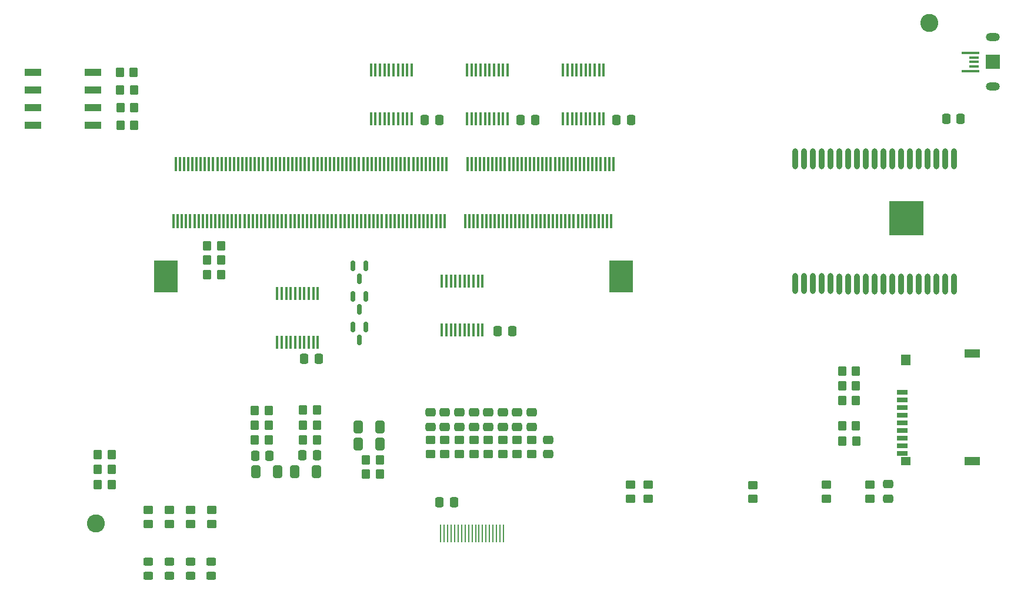
<source format=gbr>
%TF.GenerationSoftware,KiCad,Pcbnew,7.0.10*%
%TF.CreationDate,2024-06-25T20:32:39-07:00*%
%TF.ProjectId,TRS-IO++,5452532d-494f-42b2-9b2e-6b696361645f,rev?*%
%TF.SameCoordinates,Original*%
%TF.FileFunction,Paste,Top*%
%TF.FilePolarity,Positive*%
%FSLAX46Y46*%
G04 Gerber Fmt 4.6, Leading zero omitted, Abs format (unit mm)*
G04 Created by KiCad (PCBNEW 7.0.10) date 2024-06-25 20:32:39*
%MOMM*%
%LPD*%
G01*
G04 APERTURE LIST*
G04 Aperture macros list*
%AMRoundRect*
0 Rectangle with rounded corners*
0 $1 Rounding radius*
0 $2 $3 $4 $5 $6 $7 $8 $9 X,Y pos of 4 corners*
0 Add a 4 corners polygon primitive as box body*
4,1,4,$2,$3,$4,$5,$6,$7,$8,$9,$2,$3,0*
0 Add four circle primitives for the rounded corners*
1,1,$1+$1,$2,$3*
1,1,$1+$1,$4,$5*
1,1,$1+$1,$6,$7*
1,1,$1+$1,$8,$9*
0 Add four rect primitives between the rounded corners*
20,1,$1+$1,$2,$3,$4,$5,0*
20,1,$1+$1,$4,$5,$6,$7,0*
20,1,$1+$1,$6,$7,$8,$9,0*
20,1,$1+$1,$8,$9,$2,$3,0*%
G04 Aperture macros list end*
%ADD10RoundRect,0.250000X0.350000X0.450000X-0.350000X0.450000X-0.350000X-0.450000X0.350000X-0.450000X0*%
%ADD11RoundRect,0.250000X-0.450000X0.350000X-0.450000X-0.350000X0.450000X-0.350000X0.450000X0.350000X0*%
%ADD12RoundRect,0.250000X0.450000X-0.350000X0.450000X0.350000X-0.450000X0.350000X-0.450000X-0.350000X0*%
%ADD13R,2.440000X1.120000*%
%ADD14RoundRect,0.250000X-0.350000X-0.450000X0.350000X-0.450000X0.350000X0.450000X-0.350000X0.450000X0*%
%ADD15RoundRect,0.250000X0.450000X-0.325000X0.450000X0.325000X-0.450000X0.325000X-0.450000X-0.325000X0*%
%ADD16RoundRect,0.250000X-0.337500X-0.475000X0.337500X-0.475000X0.337500X0.475000X-0.337500X0.475000X0*%
%ADD17RoundRect,0.250000X0.337500X0.475000X-0.337500X0.475000X-0.337500X-0.475000X0.337500X-0.475000X0*%
%ADD18C,2.600000*%
%ADD19RoundRect,0.250000X0.412500X0.650000X-0.412500X0.650000X-0.412500X-0.650000X0.412500X-0.650000X0*%
%ADD20RoundRect,0.250000X-0.475000X0.337500X-0.475000X-0.337500X0.475000X-0.337500X0.475000X0.337500X0*%
%ADD21RoundRect,0.150000X-0.150000X0.587500X-0.150000X-0.587500X0.150000X-0.587500X0.150000X0.587500X0*%
%ADD22R,0.280000X2.600000*%
%ADD23R,1.600000X0.700000*%
%ADD24R,1.400000X1.600000*%
%ADD25R,2.200000X1.200000*%
%ADD26R,1.400000X1.200000*%
%ADD27RoundRect,0.100000X-0.100000X0.850000X-0.100000X-0.850000X0.100000X-0.850000X0.100000X0.850000X0*%
%ADD28O,0.900000X3.000000*%
%ADD29R,5.000000X5.000000*%
%ADD30RoundRect,0.250000X0.475000X-0.337500X0.475000X0.337500X-0.475000X0.337500X-0.475000X-0.337500X0*%
%ADD31O,2.000000X1.200000*%
%ADD32R,2.000000X2.000000*%
%ADD33R,2.500000X0.400000*%
%ADD34R,1.350000X0.400000*%
%ADD35RoundRect,0.250000X-0.412500X-0.650000X0.412500X-0.650000X0.412500X0.650000X-0.412500X0.650000X0*%
%ADD36R,0.350000X2.000000*%
%ADD37R,3.500000X4.600000*%
G04 APERTURE END LIST*
D10*
%TO.C,R33*%
X80435500Y-70104000D03*
X78435500Y-70104000D03*
%TD*%
D11*
%TO.C,R39*%
X88662232Y-133112000D03*
X88662232Y-135112000D03*
%TD*%
D12*
%TO.C,R8*%
X129413000Y-125023800D03*
X129413000Y-123023800D03*
%TD*%
D11*
%TO.C,R40*%
X91723300Y-133112000D03*
X91723300Y-135112000D03*
%TD*%
D13*
%TO.C,SW3*%
X65935700Y-70104000D03*
X65935700Y-72644000D03*
X65935700Y-75184000D03*
X65935700Y-77724000D03*
X74545700Y-77724000D03*
X74545700Y-75184000D03*
X74545700Y-72644000D03*
X74545700Y-70104000D03*
%TD*%
D14*
%TO.C,R29*%
X90998800Y-95046800D03*
X92998800Y-95046800D03*
%TD*%
D15*
%TO.C,D3*%
X85570866Y-142569800D03*
X85570866Y-140519800D03*
%TD*%
D16*
%TO.C,C13*%
X97920900Y-125272800D03*
X99995900Y-125272800D03*
%TD*%
D17*
%TO.C,C16*%
X134919850Y-107340400D03*
X132844850Y-107340400D03*
%TD*%
D12*
%TO.C,R10*%
X125247400Y-125023800D03*
X125247400Y-123023800D03*
%TD*%
D10*
%TO.C,R35*%
X80537100Y-75184000D03*
X78537100Y-75184000D03*
%TD*%
D15*
%TO.C,D2*%
X82539800Y-142569800D03*
X82539800Y-140519800D03*
%TD*%
D12*
%TO.C,R7*%
X131495800Y-125023800D03*
X131495800Y-123023800D03*
%TD*%
D11*
%TO.C,R14*%
X169570400Y-129505200D03*
X169570400Y-131505200D03*
%TD*%
D18*
%TO.C,H5*%
X75000000Y-135000000D03*
%TD*%
D14*
%TO.C,R16*%
X182423100Y-120967500D03*
X184423100Y-120967500D03*
%TD*%
D19*
%TO.C,C12*%
X115876699Y-121167999D03*
X112751699Y-121167999D03*
%TD*%
D20*
%TO.C,C6*%
X127330200Y-119049300D03*
X127330200Y-121124300D03*
%TD*%
D10*
%TO.C,R34*%
X80486300Y-72644000D03*
X78486300Y-72644000D03*
%TD*%
%TO.C,R2*%
X77301600Y-125120400D03*
X75301600Y-125120400D03*
%TD*%
D20*
%TO.C,C4*%
X131495800Y-119049300D03*
X131495800Y-121124300D03*
%TD*%
D12*
%TO.C,R31*%
X154533600Y-131462400D03*
X154533600Y-129462400D03*
%TD*%
D20*
%TO.C,C3*%
X133578600Y-119049300D03*
X133578600Y-121124300D03*
%TD*%
%TO.C,C7*%
X125247400Y-119049300D03*
X125247400Y-121124300D03*
%TD*%
D14*
%TO.C,R25*%
X104816400Y-120889800D03*
X106816400Y-120889800D03*
%TD*%
D10*
%TO.C,R27*%
X106816400Y-122986800D03*
X104816400Y-122986800D03*
%TD*%
D20*
%TO.C,C1*%
X137744200Y-119049300D03*
X137744200Y-121124300D03*
%TD*%
D17*
%TO.C,C19*%
X124415000Y-76962000D03*
X122340000Y-76962000D03*
%TD*%
D20*
%TO.C,C8*%
X123164600Y-119049300D03*
X123164600Y-121124300D03*
%TD*%
D16*
%TO.C,C23*%
X124463900Y-131961300D03*
X126538900Y-131961300D03*
%TD*%
D21*
%TO.C,Q3*%
X113878400Y-97919300D03*
X111978400Y-97919300D03*
X112928400Y-99794300D03*
%TD*%
D22*
%TO.C,J7*%
X133659000Y-136468600D03*
X133159000Y-136468600D03*
X132659000Y-136468600D03*
X132159000Y-136468600D03*
X131659000Y-136468600D03*
X131159000Y-136468600D03*
X130659000Y-136468600D03*
X130159000Y-136468600D03*
X129659000Y-136468600D03*
X129159000Y-136468600D03*
X128659000Y-136468600D03*
X128159000Y-136468600D03*
X127659000Y-136468600D03*
X127159000Y-136468600D03*
X126659000Y-136468600D03*
X126159000Y-136468600D03*
X125659000Y-136468600D03*
X125159000Y-136468600D03*
X124659000Y-136468600D03*
%TD*%
D10*
%TO.C,R20*%
X99907600Y-120904000D03*
X97907600Y-120904000D03*
%TD*%
D23*
%TO.C,J9*%
X191070000Y-116113200D03*
X191070000Y-117213200D03*
X191070000Y-118313200D03*
X191070000Y-119413200D03*
X191070000Y-120513200D03*
X191070000Y-121613200D03*
X191070000Y-122713200D03*
X191070000Y-123813200D03*
X191070000Y-124913200D03*
D24*
X191570000Y-111463200D03*
D25*
X201170000Y-110563200D03*
X201170000Y-126063200D03*
D26*
X191570000Y-126063200D03*
%TD*%
D20*
%TO.C,C9*%
X189026800Y-129366100D03*
X189026800Y-131441100D03*
%TD*%
D10*
%TO.C,R36*%
X80537100Y-77724000D03*
X78537100Y-77724000D03*
%TD*%
D14*
%TO.C,R17*%
X182423100Y-115214400D03*
X184423100Y-115214400D03*
%TD*%
%TO.C,R26*%
X90998800Y-99212400D03*
X92998800Y-99212400D03*
%TD*%
D21*
%TO.C,Q4*%
X113878400Y-102338900D03*
X111978400Y-102338900D03*
X112928400Y-104213900D03*
%TD*%
D12*
%TO.C,R32*%
X151993600Y-131462400D03*
X151993600Y-129462400D03*
%TD*%
D14*
%TO.C,R18*%
X182423100Y-113080800D03*
X184423100Y-113080800D03*
%TD*%
%TO.C,R19*%
X182438800Y-123139200D03*
X184438800Y-123139200D03*
%TD*%
D10*
%TO.C,R1*%
X77301600Y-129438400D03*
X75301600Y-129438400D03*
%TD*%
D27*
%TO.C,U3*%
X148095700Y-69753600D03*
X147445700Y-69753600D03*
X146795700Y-69753600D03*
X146145700Y-69753600D03*
X145495700Y-69753600D03*
X144845700Y-69753600D03*
X144195700Y-69753600D03*
X143545700Y-69753600D03*
X142895700Y-69753600D03*
X142245700Y-69753600D03*
X142245700Y-76753600D03*
X142895700Y-76753600D03*
X143545700Y-76753600D03*
X144195700Y-76753600D03*
X144845700Y-76753600D03*
X145495700Y-76753600D03*
X146145700Y-76753600D03*
X146795700Y-76753600D03*
X147445700Y-76753600D03*
X148095700Y-76753600D03*
%TD*%
D15*
%TO.C,D4*%
X88601932Y-142569800D03*
X88601932Y-140519800D03*
%TD*%
D27*
%TO.C,U4*%
X130660550Y-100132000D03*
X130010550Y-100132000D03*
X129360550Y-100132000D03*
X128710550Y-100132000D03*
X128060550Y-100132000D03*
X127410550Y-100132000D03*
X126760550Y-100132000D03*
X126110550Y-100132000D03*
X125460550Y-100132000D03*
X124810550Y-100132000D03*
X124810550Y-107132000D03*
X125460550Y-107132000D03*
X126110550Y-107132000D03*
X126760550Y-107132000D03*
X127410550Y-107132000D03*
X128060550Y-107132000D03*
X128710550Y-107132000D03*
X129360550Y-107132000D03*
X130010550Y-107132000D03*
X130660550Y-107132000D03*
%TD*%
D28*
%TO.C,U1*%
X198565900Y-82490800D03*
X197295900Y-82490800D03*
X196025900Y-82490800D03*
X194755900Y-82490800D03*
X193485900Y-82490800D03*
X192215900Y-82490800D03*
X190945900Y-82490800D03*
X189675900Y-82490800D03*
X188405900Y-82490800D03*
X187135900Y-82490800D03*
X185865900Y-82490800D03*
X184595900Y-82490800D03*
X183325900Y-82490800D03*
X182055900Y-82490800D03*
X180755900Y-82490800D03*
X179485900Y-82490800D03*
X178215900Y-82490800D03*
X176945900Y-82490800D03*
X175675900Y-82490800D03*
X175675900Y-100490800D03*
X176945900Y-100490800D03*
X178215900Y-100490800D03*
X179485900Y-100490800D03*
X180755900Y-100490800D03*
X182055900Y-100520800D03*
X183325900Y-100520800D03*
X184595900Y-100520800D03*
X185865900Y-100520800D03*
X187135900Y-100520800D03*
X188405900Y-100520800D03*
X189675900Y-100520800D03*
X190945900Y-100520800D03*
X192215900Y-100520800D03*
X193485900Y-100520800D03*
X194755900Y-100520800D03*
X196025900Y-100520800D03*
X197295900Y-100520800D03*
X198565900Y-100520800D03*
D29*
X191645900Y-91090800D03*
%TD*%
D30*
%TO.C,C21*%
X140106400Y-125061300D03*
X140106400Y-122986300D03*
%TD*%
D11*
%TO.C,R30*%
X180171900Y-129454400D03*
X180171900Y-131454400D03*
%TD*%
D14*
%TO.C,R13*%
X97907600Y-118770400D03*
X99907600Y-118770400D03*
%TD*%
D21*
%TO.C,Q5*%
X113878400Y-106758500D03*
X111978400Y-106758500D03*
X112928400Y-108633500D03*
%TD*%
D20*
%TO.C,C5*%
X129413000Y-119049300D03*
X129413000Y-121124300D03*
%TD*%
D11*
%TO.C,R12*%
X186436000Y-129454400D03*
X186436000Y-131454400D03*
%TD*%
D10*
%TO.C,R22*%
X115874800Y-125841599D03*
X113874800Y-125841599D03*
%TD*%
D17*
%TO.C,C15*%
X106803100Y-125222000D03*
X104728100Y-125222000D03*
%TD*%
D31*
%TO.C,J12*%
X204124000Y-72155000D03*
D32*
X204124000Y-68580000D03*
D31*
X204124000Y-65005000D03*
D33*
X200872800Y-69880000D03*
D34*
X201449000Y-69230000D03*
X201449000Y-68580000D03*
X201449000Y-67930000D03*
D33*
X200872800Y-67280000D03*
%TD*%
D17*
%TO.C,C11*%
X152050200Y-76962000D03*
X149975200Y-76962000D03*
%TD*%
D14*
%TO.C,R28*%
X90998800Y-97129600D03*
X92998800Y-97129600D03*
%TD*%
D35*
%TO.C,C20*%
X103644300Y-127609600D03*
X106769300Y-127609600D03*
%TD*%
D12*
%TO.C,R4*%
X137744200Y-125023800D03*
X137744200Y-123023800D03*
%TD*%
D17*
%TO.C,C24*%
X199497400Y-76758800D03*
X197422400Y-76758800D03*
%TD*%
D11*
%TO.C,R38*%
X85601166Y-133112000D03*
X85601166Y-135112000D03*
%TD*%
D14*
%TO.C,R23*%
X97907600Y-123037600D03*
X99907600Y-123037600D03*
%TD*%
D27*
%TO.C,U2*%
X134278100Y-69753600D03*
X133628100Y-69753600D03*
X132978100Y-69753600D03*
X132328100Y-69753600D03*
X131678100Y-69753600D03*
X131028100Y-69753600D03*
X130378100Y-69753600D03*
X129728100Y-69753600D03*
X129078100Y-69753600D03*
X128428100Y-69753600D03*
X128428100Y-76753600D03*
X129078100Y-76753600D03*
X129728100Y-76753600D03*
X130378100Y-76753600D03*
X131028100Y-76753600D03*
X131678100Y-76753600D03*
X132328100Y-76753600D03*
X132978100Y-76753600D03*
X133628100Y-76753600D03*
X134278100Y-76753600D03*
%TD*%
D20*
%TO.C,C2*%
X135661400Y-119049300D03*
X135661400Y-121124300D03*
%TD*%
D36*
%TO.C,Conn1*%
X149490300Y-83322900D03*
X149190300Y-91522900D03*
X148890300Y-83322900D03*
X148590300Y-91522900D03*
X148290300Y-83322900D03*
X147990300Y-91522900D03*
X147690300Y-83322900D03*
X147390300Y-91522900D03*
X147090300Y-83322900D03*
X146790300Y-91522900D03*
X146490300Y-83322900D03*
X146190300Y-91522900D03*
X145890300Y-83322900D03*
X145590300Y-91522900D03*
X145290300Y-83322900D03*
X144990300Y-91522900D03*
X144690300Y-83322900D03*
X144390300Y-91522900D03*
X144090300Y-83322900D03*
X143790300Y-91522900D03*
X143490300Y-83322900D03*
X143190300Y-91522900D03*
X142890300Y-83322900D03*
X142590300Y-91522900D03*
X142290300Y-83322900D03*
X141990300Y-91522900D03*
X141690300Y-83322900D03*
X141390300Y-91522900D03*
X141090300Y-83322900D03*
X140790300Y-91522900D03*
X140490300Y-83322900D03*
X140190300Y-91522900D03*
X139890300Y-83322900D03*
X139590300Y-91522900D03*
X139290300Y-83322900D03*
X138990300Y-91522900D03*
X138690300Y-83322900D03*
X138390300Y-91522900D03*
X138090300Y-83322900D03*
X137790300Y-91522900D03*
X137490300Y-83322900D03*
X137190300Y-91522900D03*
X136890300Y-83322900D03*
X136590300Y-91522900D03*
X136290300Y-83322900D03*
X135990300Y-91522900D03*
X135690300Y-83322900D03*
X135390300Y-91522900D03*
X135090300Y-83322900D03*
X134790300Y-91522900D03*
X134490300Y-83322900D03*
X134190300Y-91522900D03*
X133890300Y-83322900D03*
X133590300Y-91522900D03*
X133290300Y-83322900D03*
X132990300Y-91522900D03*
X132690300Y-83322900D03*
X132390300Y-91522900D03*
X132090300Y-83322900D03*
X131790300Y-91522900D03*
X131490300Y-83322900D03*
X131190300Y-91522900D03*
X130890300Y-83322900D03*
X130590300Y-91522900D03*
X130290300Y-83322900D03*
X129990300Y-91522900D03*
X129690300Y-83322900D03*
X129390300Y-91522900D03*
X129090300Y-83322900D03*
X128790300Y-91522900D03*
X128490300Y-83322900D03*
X128190300Y-91522900D03*
X125490300Y-83322900D03*
X125190300Y-91522900D03*
X124890300Y-83322900D03*
X124590300Y-91522900D03*
X124290300Y-83322900D03*
X123990300Y-91522900D03*
X123690300Y-83322900D03*
X123390300Y-91522900D03*
X123090300Y-83322900D03*
X122790300Y-91522900D03*
X122490300Y-83322900D03*
X122190300Y-91522900D03*
X121890300Y-83322900D03*
X121590300Y-91522900D03*
X121290300Y-83322900D03*
X120990300Y-91522900D03*
X120690300Y-83322900D03*
X120390300Y-91522900D03*
X120090300Y-83322900D03*
X119790300Y-91522900D03*
X119490300Y-83322900D03*
X119190300Y-91522900D03*
X118890300Y-83322900D03*
X118590300Y-91522900D03*
X118290300Y-83322900D03*
X117990300Y-91522900D03*
X117690300Y-83322900D03*
X117390300Y-91522900D03*
X117090300Y-83322900D03*
X116790300Y-91522900D03*
X116490300Y-83322900D03*
X116190300Y-91522900D03*
X115890300Y-83322900D03*
X115590300Y-91522900D03*
X115290300Y-83322900D03*
X114990300Y-91522900D03*
X114690300Y-83322900D03*
X114390300Y-91522900D03*
X114090300Y-83322900D03*
X113790300Y-91522900D03*
X113490300Y-83322900D03*
X113190300Y-91522900D03*
X112890300Y-83322900D03*
X112590300Y-91522900D03*
X112290300Y-83322900D03*
X111990300Y-91522900D03*
X111690300Y-83322900D03*
X111390300Y-91522900D03*
X111090300Y-83322900D03*
X110790300Y-91522900D03*
X110490300Y-83322900D03*
X110190300Y-91522900D03*
X109890300Y-83322900D03*
X109590300Y-91522900D03*
X109290300Y-83322900D03*
X108990300Y-91522900D03*
X108690300Y-83322900D03*
X108390300Y-91522900D03*
X108090300Y-83322900D03*
X107790300Y-91522900D03*
X107490300Y-83322900D03*
X107190300Y-91522900D03*
X106890300Y-83322900D03*
X106590300Y-91522900D03*
X106290300Y-83322900D03*
X105990300Y-91522900D03*
X105690300Y-83322900D03*
X105390300Y-91522900D03*
X105090300Y-83322900D03*
X104790300Y-91522900D03*
X104490300Y-83322900D03*
X104190300Y-91522900D03*
X103890300Y-83322900D03*
X103590300Y-91522900D03*
X103290300Y-83322900D03*
X102990300Y-91522900D03*
X102690300Y-83322900D03*
X102390300Y-91522900D03*
X102090300Y-83322900D03*
X101790300Y-91522900D03*
X101490300Y-83322900D03*
X101190300Y-91522900D03*
X100890300Y-83322900D03*
X100590300Y-91522900D03*
X100290300Y-83322900D03*
X99990300Y-91522900D03*
X99690300Y-83322900D03*
X99390300Y-91522900D03*
X99090300Y-83322900D03*
X98790300Y-91522900D03*
X98490300Y-83322900D03*
X98190300Y-91522900D03*
X97890300Y-83322900D03*
X97590300Y-91522900D03*
X97290300Y-83322900D03*
X96990300Y-91522900D03*
X96690300Y-83322900D03*
X96390300Y-91522900D03*
X96090300Y-83322900D03*
X95790300Y-91522900D03*
X95490300Y-83322900D03*
X95190300Y-91522900D03*
X94890300Y-83322900D03*
X94590300Y-91522900D03*
X94290300Y-83322900D03*
X93990300Y-91522900D03*
X93690300Y-83322900D03*
X93390300Y-91522900D03*
X93090300Y-83322900D03*
X92790300Y-91522900D03*
X92490300Y-83322900D03*
X92190300Y-91522900D03*
X91890300Y-83322900D03*
X91590300Y-91522900D03*
X91290300Y-83322900D03*
X90990300Y-91522900D03*
X90690300Y-83322900D03*
X90390300Y-91522900D03*
X90090300Y-83322900D03*
X89790300Y-91522900D03*
X89490300Y-83322900D03*
X89190300Y-91522900D03*
X88890300Y-83322900D03*
X88590300Y-91522900D03*
X88290300Y-83322900D03*
X87990300Y-91522900D03*
X87690300Y-83322900D03*
X87390300Y-91522900D03*
X87090300Y-83322900D03*
X86790300Y-91522900D03*
X86490300Y-83322900D03*
X86190300Y-91522900D03*
D37*
X150640300Y-99422900D03*
X85040300Y-99422900D03*
%TD*%
D11*
%TO.C,R37*%
X82540100Y-133112000D03*
X82540100Y-135112000D03*
%TD*%
D12*
%TO.C,R5*%
X135661400Y-125023800D03*
X135661400Y-123023800D03*
%TD*%
D10*
%TO.C,R24*%
X106816400Y-118719600D03*
X104816400Y-118719600D03*
%TD*%
D19*
%TO.C,C17*%
X101130500Y-127609600D03*
X98005500Y-127609600D03*
%TD*%
D10*
%TO.C,R3*%
X77301600Y-127254000D03*
X75301600Y-127254000D03*
%TD*%
D18*
%TO.C,H6*%
X195000000Y-63000000D03*
%TD*%
D15*
%TO.C,D5*%
X91633000Y-142569800D03*
X91633000Y-140519800D03*
%TD*%
D12*
%TO.C,R11*%
X123164600Y-125023800D03*
X123164600Y-123023800D03*
%TD*%
%TO.C,R9*%
X127330200Y-125023800D03*
X127330200Y-123023800D03*
%TD*%
D17*
%TO.C,C18*%
X107057100Y-111302800D03*
X104982100Y-111302800D03*
%TD*%
D27*
%TO.C,U5*%
X106963400Y-101910000D03*
X106313400Y-101910000D03*
X105663400Y-101910000D03*
X105013400Y-101910000D03*
X104363400Y-101910000D03*
X103713400Y-101910000D03*
X103063400Y-101910000D03*
X102413400Y-101910000D03*
X101763400Y-101910000D03*
X101113400Y-101910000D03*
X101113400Y-108910000D03*
X101763400Y-108910000D03*
X102413400Y-108910000D03*
X103063400Y-108910000D03*
X103713400Y-108910000D03*
X104363400Y-108910000D03*
X105013400Y-108910000D03*
X105663400Y-108910000D03*
X106313400Y-108910000D03*
X106963400Y-108910000D03*
%TD*%
D17*
%TO.C,C10*%
X138232600Y-76962000D03*
X136157600Y-76962000D03*
%TD*%
D14*
%TO.C,R15*%
X182423100Y-117348000D03*
X184423100Y-117348000D03*
%TD*%
D12*
%TO.C,R6*%
X133578600Y-125023800D03*
X133578600Y-123023800D03*
%TD*%
D14*
%TO.C,R21*%
X113874800Y-127873599D03*
X115874800Y-127873599D03*
%TD*%
D27*
%TO.C,U6*%
X120460500Y-69753600D03*
X119810500Y-69753600D03*
X119160500Y-69753600D03*
X118510500Y-69753600D03*
X117860500Y-69753600D03*
X117210500Y-69753600D03*
X116560500Y-69753600D03*
X115910500Y-69753600D03*
X115260500Y-69753600D03*
X114610500Y-69753600D03*
X114610500Y-76753600D03*
X115260500Y-76753600D03*
X115910500Y-76753600D03*
X116560500Y-76753600D03*
X117210500Y-76753600D03*
X117860500Y-76753600D03*
X118510500Y-76753600D03*
X119160500Y-76753600D03*
X119810500Y-76753600D03*
X120460500Y-76753600D03*
%TD*%
D35*
%TO.C,C14*%
X112751699Y-123606399D03*
X115876699Y-123606399D03*
%TD*%
M02*

</source>
